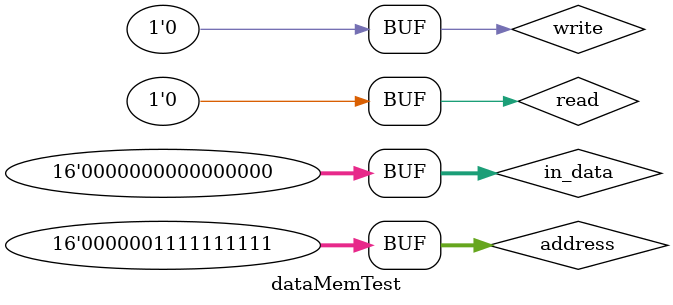
<source format=v>
`timescale 1ns / 1ps


 module dataMemTest;

	// Inputs
	reg read;
	reg write;
	reg [0:15] address;
	reg [0:15] in_data;

	// Outputs
	wire [0:15] out_data;

	// Instantiate the Unit Under Test (UUT)
	u_data_memory uut (
		.read(read), 
		.write(write), 
		.address(address), 
		.in_data(in_data), 
		.out_data(out_data)
	);

	initial begin
		// Initialize Inputs
		read = 0;
		write = 0;
		address = 0;
		in_data = 0;

		// Wait 100 ns for global reset to finish
		#100;
        
		// Add stimulus here


		// write 1st data
		#100;
		in_data = 16'b0000_0000_0000_1010;
		address = 10'b10_1010_1010;
		#10;
		write = 1;
		#20;
		write = 0;
		address = 0;
		in_data = 0;
		#100
		
		// write 2nd data
		in_data = 16'b1111_0000_1111_0000;
		address = 16'b11_1111_1111;
		#10;
		write = 1;
		#20;
		write = 0;
		address = 0;
		in_data = 0;
		#100;
		
		// read 1st data: 
		address = 16'b10_1010_1010;
		#10;
		read = 1;
		#20;
		read = 0;
		#100;
		
		//read 2nd data:
		address = 16'b11_1111_1111;
		#10;
		read = 1;
		#20;
		read = 0;
		#100;
		
		
		
	end
      
endmodule


</source>
